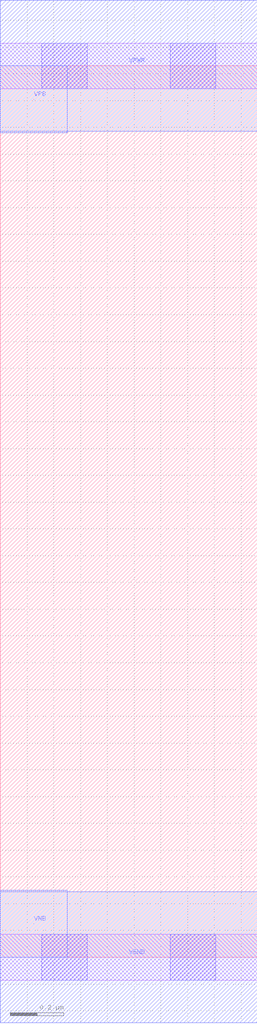
<source format=lef>
# Copyright 2020 The SkyWater PDK Authors
#
# Licensed under the Apache License, Version 2.0 (the "License");
# you may not use this file except in compliance with the License.
# You may obtain a copy of the License at
#
#     https://www.apache.org/licenses/LICENSE-2.0
#
# Unless required by applicable law or agreed to in writing, software
# distributed under the License is distributed on an "AS IS" BASIS,
# WITHOUT WARRANTIES OR CONDITIONS OF ANY KIND, either express or implied.
# See the License for the specific language governing permissions and
# limitations under the License.
#
# SPDX-License-Identifier: Apache-2.0

VERSION 5.5 ;
NAMESCASESENSITIVE ON ;
BUSBITCHARS "[]" ;
DIVIDERCHAR "/" ;
MACRO sky130_fd_sc_hs__fill_2
  CLASS CORE SPACER ;
  SOURCE USER ;
  ORIGIN  0.000000  0.000000 ;
  SIZE  0.960000 BY  3.330000 ;
  SYMMETRY X Y ;
  SITE unit ;
  PIN VGND
    DIRECTION INOUT ;
    USE GROUND ;
    PORT
      LAYER met1 ;
        RECT 0.000000 -0.245000 0.960000 0.245000 ;
    END
  END VGND
  PIN VNB
    DIRECTION INOUT ;
    USE GROUND ;
    PORT
      LAYER met1 ;
        RECT 0.000000 0.000000 0.250000 0.250000 ;
    END
  END VNB
  PIN VPB
    DIRECTION INOUT ;
    USE POWER ;
    PORT
      LAYER met1 ;
        RECT 0.000000 3.080000 0.250000 3.330000 ;
    END
  END VPB
  PIN VPWR
    DIRECTION INOUT ;
    USE POWER ;
    PORT
      LAYER met1 ;
        RECT 0.000000 3.085000 0.960000 3.575000 ;
    END
  END VPWR
  OBS
    LAYER li1 ;
      RECT 0.000000 -0.085000 0.960000 0.085000 ;
      RECT 0.000000  3.245000 0.960000 3.415000 ;
    LAYER mcon ;
      RECT 0.155000 -0.085000 0.325000 0.085000 ;
      RECT 0.155000  3.245000 0.325000 3.415000 ;
      RECT 0.635000 -0.085000 0.805000 0.085000 ;
      RECT 0.635000  3.245000 0.805000 3.415000 ;
  END
END sky130_fd_sc_hs__fill_2
END LIBRARY

</source>
